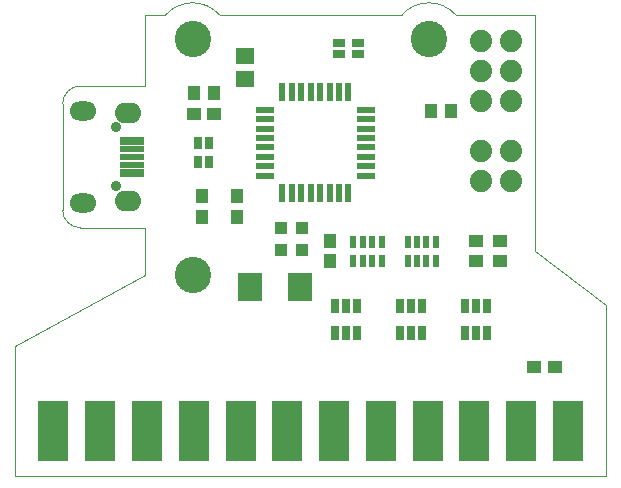
<source format=gts>
G04 #@! TF.FileFunction,Soldermask,Top*
%FSLAX46Y46*%
G04 Gerber Fmt 4.6, Leading zero omitted, Abs format (unit mm)*
G04 Created by KiCad (PCBNEW 4.0.5) date 02/05/17 15:08:45*
%MOMM*%
%LPD*%
G01*
G04 APERTURE LIST*
%ADD10C,0.100000*%
%ADD11R,2.620000X5.160000*%
%ADD12C,3.080000*%
%ADD13R,0.680000X0.980000*%
%ADD14R,0.980000X0.680000*%
%ADD15R,1.080000X1.080000*%
%ADD16C,1.880000*%
%ADD17R,0.630000X1.580000*%
%ADD18R,1.580000X0.630000*%
%ADD19R,1.180000X1.080000*%
%ADD20R,1.080000X1.180000*%
%ADD21R,1.580000X1.380000*%
%ADD22R,0.580000X0.980000*%
%ADD23R,2.080000X0.680000*%
%ADD24R,2.080000X0.530000*%
%ADD25C,0.880000*%
%ADD26O,2.280000X1.730000*%
%ADD27O,2.280000X1.630000*%
%ADD28R,0.680000X1.280000*%
%ADD29R,2.080000X2.480000*%
G04 APERTURE END LIST*
D10*
X4000000Y22500000D02*
G75*
G03X5500000Y21000000I1500000J0D01*
G01*
X5500000Y33000000D02*
G75*
G03X4000000Y31500000I0J-1500000D01*
G01*
X37300000Y39000000D02*
G75*
G03X32700000Y39000000I-2300000J-2000000D01*
G01*
X17300000Y39000000D02*
G75*
G03X12700000Y39000000I-2300000J-2000000D01*
G01*
X17300000Y39000000D02*
X32700000Y39000000D01*
X37300000Y39000000D02*
X44000000Y39000000D01*
X11000000Y39000000D02*
X12700000Y39000000D01*
X11000000Y39000000D02*
X11000000Y33000000D01*
X0Y11000000D02*
X11000000Y17000000D01*
X5500000Y33000000D02*
X11000000Y33000000D01*
X5500000Y21000000D02*
X11000000Y21000000D01*
X4000000Y31500000D02*
X4000000Y22500000D01*
X11000000Y21000000D02*
X11000000Y17000000D01*
X44000000Y39000000D02*
X44000000Y19000000D01*
X44000000Y19000000D02*
X50000000Y14500000D01*
X50000000Y0D02*
X50000000Y14500000D01*
X0Y0D02*
X0Y11000000D01*
X0Y0D02*
X50000000Y0D01*
D11*
X23021200Y3770000D03*
X26978800Y3770000D03*
X46778800Y3770000D03*
X42818800Y3770000D03*
X38858800Y3770000D03*
X11141200Y3770000D03*
X7181200Y3770000D03*
X3221200Y3770000D03*
X34898800Y3770000D03*
X15101200Y3770000D03*
X30938800Y3770000D03*
X19061200Y3770000D03*
D12*
X15000000Y37000000D03*
X35000000Y37000000D03*
X15000000Y17000000D03*
D13*
X16350000Y28200000D03*
X15450000Y28200000D03*
X15450000Y26600000D03*
X16350000Y26600000D03*
D14*
X29000000Y35750000D03*
X29000000Y36650000D03*
X27400000Y36650000D03*
X27400000Y35750000D03*
D15*
X24300000Y21000000D03*
X22500000Y21000000D03*
X24300000Y19100000D03*
X22500000Y19100000D03*
D16*
X39430000Y27470000D03*
X41970000Y27470000D03*
X39430000Y24930000D03*
X41970000Y24930000D03*
X39430000Y36840000D03*
X41970000Y36840000D03*
X39430000Y34300000D03*
X41970000Y34300000D03*
X39430000Y31760000D03*
X41970000Y31760000D03*
D17*
X22600000Y23900000D03*
X23400000Y23900000D03*
X24200000Y23900000D03*
X25000000Y23900000D03*
X25800000Y23900000D03*
X26600000Y23900000D03*
X27400000Y23900000D03*
X28200000Y23900000D03*
D18*
X29700000Y25400000D03*
X29700000Y26200000D03*
X29700000Y27000000D03*
X29700000Y27800000D03*
X29700000Y28600000D03*
X29700000Y29400000D03*
X29700000Y30200000D03*
X29700000Y31000000D03*
D17*
X28200000Y32500000D03*
X27400000Y32500000D03*
X26600000Y32500000D03*
X25800000Y32500000D03*
X25000000Y32500000D03*
X24200000Y32500000D03*
X23400000Y32500000D03*
X22600000Y32500000D03*
D18*
X21100000Y31000000D03*
X21100000Y30200000D03*
X21100000Y29400000D03*
X21100000Y28600000D03*
X21100000Y27800000D03*
X21100000Y27000000D03*
X21100000Y26200000D03*
X21100000Y25400000D03*
D19*
X15150000Y30600000D03*
X16850000Y30600000D03*
X45650000Y9200000D03*
X43950000Y9200000D03*
D20*
X18800000Y21950000D03*
X18800000Y23650000D03*
X26600000Y18150000D03*
X26600000Y19850000D03*
X15800000Y21950000D03*
X15800000Y23650000D03*
X16850000Y32400000D03*
X15150000Y32400000D03*
D19*
X39000000Y18150000D03*
X39000000Y19850000D03*
D21*
X19431000Y35510000D03*
X19431000Y33610000D03*
D22*
X31000000Y19800000D03*
X30200000Y19800000D03*
X29400000Y19800000D03*
X28600000Y19800000D03*
X28600000Y18200000D03*
X29400000Y18200000D03*
X30200000Y18200000D03*
X31000000Y18200000D03*
X35600000Y19800000D03*
X34800000Y19800000D03*
X34000000Y19800000D03*
X33200000Y19800000D03*
X33200000Y18200000D03*
X34000000Y18200000D03*
X34800000Y18200000D03*
X35600000Y18200000D03*
D19*
X41000000Y19850000D03*
X41000000Y18150000D03*
D23*
X9900000Y28375000D03*
D24*
X9900000Y27650000D03*
X9900000Y26350000D03*
D23*
X9900000Y25625000D03*
D24*
X9900000Y27000000D03*
D25*
X8500000Y29500000D03*
X8500000Y24500000D03*
D26*
X9550000Y30725000D03*
X9550000Y23275000D03*
D27*
X5750000Y30875000D03*
X5750000Y23125000D03*
D28*
X27050000Y12050000D03*
X28000000Y12050000D03*
X28950000Y12050000D03*
X28950000Y14350000D03*
X28000000Y14350000D03*
X27050000Y14350000D03*
X32550000Y12050000D03*
X33500000Y12050000D03*
X34450000Y12050000D03*
X34450000Y14350000D03*
X33500000Y14350000D03*
X32550000Y14350000D03*
X38050000Y12050000D03*
X39000000Y12050000D03*
X39950000Y12050000D03*
X39950000Y14350000D03*
X39000000Y14350000D03*
X38050000Y14350000D03*
D29*
X24100000Y16000000D03*
X19900000Y16000000D03*
D20*
X36850000Y30900000D03*
X35150000Y30900000D03*
M02*

</source>
